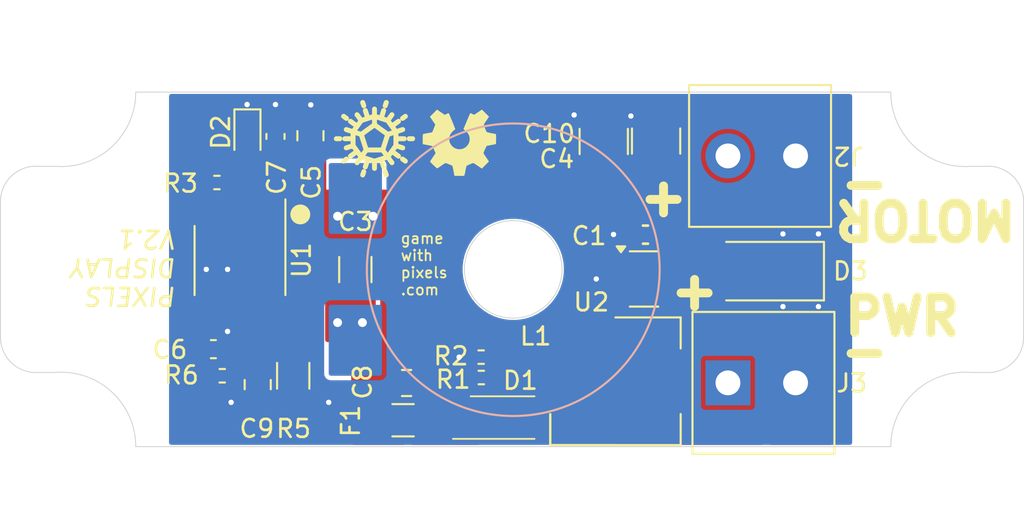
<source format=kicad_pcb>
(kicad_pcb (version 20241229) (generator "pcbnew") (generator_version "9.0")
  (layers (0 "F.Cu" signal) (2 "B.Cu" signal) (13 "F.Paste" user) (15 "B.Paste" user) (5 "F.SilkS" user "F.Silkscreen") (7 "B.SilkS" user "B.Silkscreen") (1 "F.Mask" user) (3 "B.Mask" user) (25 "Edge.Cuts" user))
  (net 0 "")
  (net 1 "GND")
  (net 2 "VBUS")
  (net 3 "VCC")
  (net 4 "Net-(U1-FB)")
  (net 5 "Net-(D2-A)")
  (net 6 "Net-(R3-Pad1)")
  (net 7 "Net-(R3-Pad2)")
  (net 8 "GNDPWR")
  (net 9 "/DRIVE")
  (net 10 "+6V")
  (net 11 "/SW")
  (net 12 "Net-(U2-FB)")
  (footprint "Capacitor_SMD:C_0603_1608Metric" (layer "F.Cu") (at 157.35 99.54 180)
    (property "Reference" "C1" (at 3.18 -0.07 0) (layer "F.SilkS"))
    (property "Value" "0.1uF 16V 10% X7R")
    (pad "1" smd roundrect (at -0.775 -0.000002 180) (size 0.9 0.95) (layers "F.Cu" "F.Mask" "F.Paste") (net 2 "VBUS"))
    (pad "2" smd roundrect (at 0.775 0.000002 180) (size 0.9 0.95) (layers "F.Cu" "F.Mask" "F.Paste") (net 1 "GND"))
  )
  (footprint "Resistor_SMD:R_1206_3216Metric" (layer "F.Cu") (at 137.5 107.5 90)
    (property "Reference" "R5" (at -2.99 0.02 0) (layer "F.SilkS"))
    (property "Value" "1.0R")
    (pad "1" smd roundrect (at -1.4625 0 90) (size 1.125 1.75) (layers "F.Cu" "F.Mask" "F.Paste") (roundrect_rratio 0.2222222222) (net 1 "GND"))
    (pad "2" smd roundrect (at 1.4625 0 90) (size 1.125 1.75) (layers "F.Cu" "F.Mask" "F.Paste") (roundrect_rratio 0.2222222222) (net 8 "GNDPWR"))
  )
  (footprint "Inductor_SMD:L_Wuerth_HCM-7050" (layer "F.Cu") (at 155.66 107.81 180)
    (property "Reference" "L1" (at 4.5 2.54 0) (layer "F.SilkS"))
    (property "Value" "10uH 500mA")
    (pad "1" smd rect (at -2.650002 0.000002 180) (size 2 3.1) (layers "F.Cu" "F.Mask" "F.Paste") (net 2 "VBUS"))
    (pad "2" smd rect (at 2.650002 -0.000002 180) (size 2 3.1) (layers "F.Cu" "F.Mask" "F.Paste") (net 11 "/SW"))
  )
  (footprint "LOGO" (layer "F.Cu") (at 142.08 94.13 180)
    (property "Reference" "G***" (hide yes))
    (property "Value" "LOGO" (hide yes))
  )
  (footprint "Resistor_SMD:R_0402_1005Metric" (layer "F.Cu") (at 148.1 107.6)
    (property "Reference" "R1" (at -1.59 0.11 0) (layer "F.SilkS"))
    (property "Value" "470k")
    (pad "1" smd roundrect (at -0.51 0) (size 0.54 0.64) (layers "F.Cu" "F.Mask" "F.Paste") (net 10 "+6V"))
    (pad "2" smd roundrect (at 0.51 0) (size 0.54 0.64) (layers "F.Cu" "F.Mask" "F.Paste") (net 12 "Net-(U2-FB)"))
  )
  (footprint "Capacitor_SMD:C_1210_3225Metric" (layer "F.Cu") (at 157.95 94.26 90)
    (property "Reference" "C4" (at -1.01 -5.6 180) (layer "F.SilkS"))
    (property "Value" "22uF 25V")
    (pad "1" smd roundrect (at -1.475 0 90) (size 1.15 2.7) (layers "F.Cu" "F.Mask" "F.Paste") (roundrect_rratio 0.217391) (net 2 "VBUS"))
    (pad "2" smd roundrect (at 1.475 0 90) (size 1.15 2.7) (layers "F.Cu" "F.Mask" "F.Paste") (roundrect_rratio 0.217391) (net 1 "GND"))
  )
  (footprint "Pixels-dice:SMAF" (layer "F.Cu") (at 148.8 109.86)
    (property "Reference" "D1" (at 1.5 -2.09 0) (layer "F.SilkS"))
    (property "Value" "D")
    (pad "1" smd roundrect (at -1.85 0) (size 1.5 2) (layers "F.Cu" "F.Mask" "F.Paste") (roundrect_rratio 0.15) (net 10 "+6V"))
    (pad "2" smd roundrect (at 1.85 0) (size 1.5 2) (layers "F.Cu" "F.Mask" "F.Paste") (roundrect_rratio 0.15) (net 11 "/SW"))
  )
  (footprint "Resistor_SMD:R_0402_1005Metric" (layer "F.Cu") (at 133.2 96.6)
    (property "Reference" "R3" (at -2.05 0.05 180) (layer "F.SilkS"))
    (property "Value" "120K 1%")
    (pad "1" smd roundrect (at -0.51 0) (size 0.54 0.64) (layers "F.Cu" "F.Mask" "F.Paste") (net 6 "Net-(R3-Pad1)"))
    (pad "2" smd roundrect (at 0.51 0) (size 0.54 0.64) (layers "F.Cu" "F.Mask" "F.Paste") (net 7 "Net-(R3-Pad2)"))
  )
  (footprint "Diode_SMD:D_SMA" (layer "F.Cu") (at 163.9 101.6 180)
    (property "Reference" "D3" (at -5 0 0) (layer "F.SilkS"))
    (property "Value" "D_TVS")
    (pad "1" smd roundrect (at -2 0 180) (size 2.5 1.8) (layers "F.Cu" "F.Mask" "F.Paste") (roundrect_rratio 0.1388888889) (net 1 "GND"))
    (pad "2" smd roundrect (at 2 0 180) (size 2.5 1.8) (layers "F.Cu" "F.Mask" "F.Paste") (roundrect_rratio 0.1388888889) (net 2 "VBUS"))
  )
  (footprint "Capacitor_SMD:C_1210_3225Metric" (layer "F.Cu") (at 155 94.285 90)
    (property "Reference" "C10" (at 0.435 -3.07 180) (layer "F.SilkS"))
    (property "Value" "22uF 25V")
    (pad "1" smd roundrect (at -1.475 0 90) (size 1.15 2.7) (layers "F.Cu" "F.Mask" "F.Paste") (roundrect_rratio 0.217391) (net 2 "VBUS"))
    (pad "2" smd roundrect (at 1.475 0 90) (size 1.15 2.7) (layers "F.Cu" "F.Mask" "F.Paste") (roundrect_rratio 0.217391) (net 1 "GND"))
  )
  (footprint "Pixels-dice:SOIC-8_3.9x4.9mm_P1.27mm" (layer "F.Cu") (at 134.5 101 180)
    (property "Reference" "U1" (at -3.47 0.02 90) (layer "F.SilkS"))
    (property "Value" "XKT520")
    (pad "1" smd roundrect (at -1.905 2.475 270) (size 1.95 0.6) (layers "F.Cu" "F.Mask" "F.Paste") (net 3 "VCC"))
    (pad "2" smd roundrect (at -0.635 2.475 270) (size 1.95 0.6) (layers "F.Cu" "F.Mask" "F.Paste") (net 5 "Net-(D2-A)"))
    (pad "3" smd roundrect (at 0.635 2.475 270) (size 1.95 0.6) (layers "F.Cu" "F.Mask" "F.Paste") (net 7 "Net-(R3-Pad2)"))
    (pad "4" smd roundrect (at 1.905 2.475 270) (size 1.95 0.6) (layers "F.Cu" "F.Mask" "F.Paste") (net 6 "Net-(R3-Pad1)"))
    (pad "5" smd roundrect (at 1.905 -2.475 270) (size 1.95 0.6) (layers "F.Cu" "F.Mask" "F.Paste") (net 4 "Net-(U1-FB)"))
    (pad "6" smd roundrect (at 0.635 -2.475 270) (size 1.95 0.6) (layers "F.Cu" "F.Mask" "F.Paste") (net 1 "GND"))
    (pad "7" smd roundrect (at -0.635 -2.475 270) (size 1.95 0.6) (layers "F.Cu" "F.Mask" "F.Paste") (net 9 "/DRIVE"))
    (pad "8" smd roundrect (at -1.905 -2.475 270) (size 1.95 0.6) (layers "F.Cu" "F.Mask" "F.Paste") (net 8 "GNDPWR"))
  )
  (footprint "LED_SMD:LED_0603_1608Metric" (layer "F.Cu") (at 134.92 93.96 -90)
    (property "Reference" "D2" (at -0.2 1.5 90) (layer "F.SilkS"))
    (property "Value" "LED")
    (pad "1" smd roundrect (at -0.7875 0 270) (size 0.875 0.95) (layers "F.Cu" "F.Mask" "F.Paste") (net 1 "GND"))
    (pad "2" smd roundrect (at 0.7875 0 270) (size 0.875 0.95) (layers "F.Cu" "F.Mask" "F.Paste") (net 5 "Net-(D2-A)"))
  )
  (footprint "Capacitor_SMD:C_0603_1608Metric" (layer "F.Cu") (at 133 106 180)
    (property "Reference" "C6" (at 2.45 -0.03 0) (layer "F.SilkS"))
    (property "Value" "0.1uF 16V 10% X7R")
    (pad "1" smd roundrect (at -0.775 0 180) (size 0.9 0.95) (layers "F.Cu" "F.Mask" "F.Paste") (net 1 "GND"))
    (pad "2" smd roundrect (at 0.775 0 180) (size 0.9 0.95) (layers "F.Cu" "F.Mask" "F.Paste") (net 4 "Net-(U1-FB)"))
  )
  (footprint "Pixels-dice:DB125-3.81-2P-GN-S" (layer "F.Cu") (at 165.81 95.1 180)
    (property "Reference" "J2" (at -2.99 0 180) (layer "F.SilkS"))
    (property "Value" "Screw_Terminal_01x02")
    (pad "1" thru_hole rect (at 0 0 180) (size 2.54 2.54) (drill 1.4) (layers "*.Cu" "*.Mask") (net 1 "GND"))
    (pad "2" thru_hole circle (at 3.81 0 180) (size 2.54 2.54) (drill 1.4) (layers "*.Cu" "*.Mask") (net 2 "VBUS"))
  )
  (footprint "LOGO" (layer "F.Cu") (at 146.88 94.33 180)
    (property "Reference" "G***" (hide yes))
    (property "Value" "LOGO" (hide yes))
  )
  (footprint "Capacitor_SMD:C_0603_1608Metric" (layer "F.Cu") (at 136.5 94 90)
    (property "Reference" "C7" (at -2.32 0.07 90) (layer "F.SilkS"))
    (property "Value" "0.1uF 16V 10% X7R")
    (pad "1" smd roundrect (at -0.775 0 90) (size 0.9 0.95) (layers "F.Cu" "F.Mask" "F.Paste") (net 3 "VCC"))
    (pad "2" smd roundrect (at 0.775 0 90) (size 0.9 0.95) (layers "F.Cu" "F.Mask" "F.Paste") (net 1 "GND"))
  )
  (footprint "Fuse:Fuse_1206_3216Metric" (layer "F.Cu") (at 143.69 110.01 180)
    (property "Reference" "F1" (at 2.95 -0.04 90) (layer "F.SilkS"))
    (property "Value" "250mA 150mR")
    (pad "1" smd roundrect (at -1.4 0 180) (size 1.25 1.75) (layers "F.Cu" "F.Mask" "F.Paste") (roundrect_rratio 0.2) (net 10 "+6V"))
    (pad "2" smd roundrect (at 1.4 0 180) (size 1.25 1.75) (layers "F.Cu" "F.Mask" "F.Paste") (roundrect_rratio 0.2) (net 3 "VCC"))
  )
  (footprint "Package_TO_SOT_SMD:SOT-23-6" (layer "F.Cu") (at 157.27 102.04)
    (property "Reference" "U2" (at -2.97 1.31 0) (layer "F.SilkS"))
    (property "Value" "MT3608B")
    (pad "1" smd roundrect (at -1.137496 -0.949993) (size 1.325 0.6) (layers "F.Cu" "F.Mask" "F.Paste") (net 11 "/SW"))
    (pad "2" smd roundrect (at -1.1375 0) (size 1.325 0.6) (layers "F.Cu" "F.Mask" "F.Paste") (net 1 "GND"))
    (pad "3" smd roundrect (at -1.137493 0.950005) (size 1.325 0.6) (layers "F.Cu" "F.Mask" "F.Paste") (net 12 "Net-(U2-FB)"))
    (pad "4" smd roundrect (at 1.137496 0.949993) (size 1.325 0.6) (layers "F.Cu" "F.Mask" "F.Paste") (net 2 "VBUS"))
    (pad "5" smd roundrect (at 1.1375 0) (size 1.325 0.6) (layers "F.Cu" "F.Mask" "F.Paste") (net 2 "VBUS"))
    (pad "6" smd roundrect (at 1.137493 -0.950005) (size 1.325 0.6) (layers "F.Cu" "F.Mask" "F.Paste"))
  )
  (footprint "Resistor_SMD:R_0402_1005Metric" (layer "F.Cu") (at 133.5 107.5)
    (property "Reference" "R6" (at -2.3 -0.03 0) (layer "F.SilkS"))
    (property "Value" "1k 1%")
    (pad "1" smd roundrect (at -0.51 0) (size 0.54 0.64) (layers "F.Cu" "F.Mask" "F.Paste") (net 4 "Net-(U1-FB)"))
    (pad "2" smd roundrect (at 0.51 0) (size 0.54 0.64) (layers "F.Cu" "F.Mask" "F.Paste") (net 8 "GNDPWR"))
  )
  (footprint "Capacitor_SMD:C_0805_2012Metric" (layer "F.Cu") (at 143.89 107.91)
    (property "Reference" "C8" (at -2.48 -0.05 90) (layer "F.SilkS"))
    (property "Value" "10uF 50V 10% X5R")
    (pad "1" smd roundrect (at -0.95 0) (size 1 1.45) (layers "F.Cu" "F.Mask" "F.Paste") (net 3 "VCC"))
    (pad "2" smd roundrect (at 0.95 0) (size 1 1.45) (layers "F.Cu" "F.Mask" "F.Paste") (net 10 "+6V"))
  )
  (footprint "Capacitor_SMD:C_0805_2012Metric" (layer "F.Cu") (at 138.47 93.96 90)
    (property "Reference" "C5" (at -2.63 0.05 270) (layer "F.SilkS"))
    (property "Value" "22uF 25V 20% X5R")
    (pad "1" smd roundrect (at -0.949997 0.000001 90) (size 1 1.45) (layers "F.Cu" "F.Mask" "F.Paste") (net 3 "VCC"))
    (pad "2" smd roundrect (at 0.949997 -0.000001 90) (size 1 1.45) (layers "F.Cu" "F.Mask" "F.Paste") (net 1 "GND"))
  )
  (footprint "Capacitor_SMD:C_0805_2012Metric" (layer "F.Cu") (at 135.5 108 -90)
    (property "Reference" "C9" (at 2.48 0.05 0) (layer "F.SilkS"))
    (property "Value" "10uF 50V 10% X5R")
    (pad "1" smd roundrect (at -0.95 0 270) (size 1 1.45) (layers "F.Cu" "F.Mask" "F.Paste") (net 8 "GNDPWR"))
    (pad "2" smd roundrect (at 0.95 0 270) (size 1 1.45) (layers "F.Cu" "F.Mask" "F.Paste") (net 1 "GND"))
  )
  (footprint "Capacitor_SMD:C_1206_3216Metric" (layer "F.Cu") (at 141 101.51 90)
    (property "Reference" "C3" (at 2.7 0 0) (layer "F.SilkS"))
    (property "Value" "33nF 50V COG")
    (pad "1" smd roundrect (at -1.475 0 90) (size 1.15 1.8) (layers "F.Cu" "F.Mask" "F.Paste") (roundrect_rratio 0.2173913043) (net 9 "/DRIVE"))
    (pad "2" smd roundrect (at 1.475 0 90) (size 1.15 1.8) (layers "F.Cu" "F.Mask" "F.Paste") (roundrect_rratio 0.2173913043) (net 3 "VCC"))
  )
  (footprint "Pixels-dice:DB125-3.81-2P-GN-S" (layer "F.Cu") (at 162 107.9)
    (property "Reference" "J3" (at 6.98 0.02 0) (layer "F.SilkS"))
    (property "Value" "Screw_Terminal_01x02")
    (pad "1" thru_hole rect (at 0 0) (size 2.54 2.54) (drill 1.4) (layers "*.Cu" "*.Mask") (net 2 "VBUS"))
    (pad "2" thru_hole circle (at 3.81 0) (size 2.54 2.54) (drill 1.4) (layers "*.Cu" "*.Mask") (net 1 "GND"))
  )
  (footprint "Resistor_SMD:R_0402_1005Metric" (layer "F.Cu") (at 148.09 106.45 180)
    (property "Reference" "R2" (at 1.7 0.06 0) (layer "F.SilkS"))
    (property "Value" "52.3k")
    (pad "1" smd roundrect (at -0.51 0 180) (size 0.54 0.64) (layers "F.Cu" "F.Mask" "F.Paste") (net 12 "Net-(U2-FB)"))
    (pad "2" smd roundrect (at 0.51 0 180) (size 0.54 0.64) (layers "F.Cu" "F.Mask" "F.Paste") (net 1 "GND"))
  )
  (footprint "Pixels-dice:TestPoint_Pad_D2.0mm_V1.1" (layer "B.Cu") (at 141 96.78)
    (property "Reference" "J6" (hide yes))
    (property "Value" "Coil B")
    (pad "1" smd circle (at 0 0) (size 2.5 2.5) (layers "B.Cu" "B.Mask") (net 3 "VCC"))
  )
  (footprint "Pixels-dice:TestPoint_Pad_D2.0mm_V1.1" (layer "B.Cu") (at 141 106.19)
    (property "Reference" "J9" (hide yes))
    (property "Value" "Coil A")
    (pad "1" smd circle (at 0 0) (size 2.5 2.5) (layers "B.Cu" "B.Mask") (net 9 "/DRIVE"))
  )
  (footprint "Pixels-dice:TX Coil" (layer "B.Cu") (at 149.9 101.52 -90)
    (property "Reference" "J1" (hide yes))
    (property "Value" "TX_Coil")
  )
  (gr_circle (center 137.9 98.4) (end 138.4 98.4) (stroke (width 0.12)) (fill yes) (layer "F.SilkS"))
  (gr_circle (center 149.9 101.52) (end 158.15 101.52) (stroke (width 0.12)) (fill no) (layer "B.SilkS"))
  (gr_line (start 128.625 111.5) (end 171.175 111.5) (stroke (width 0.05)) (layer "Edge.Cuts"))
  (gr_arc (start 124.08629 107.313957) (mid 127.272478 108.412904) (end 128.625 111.5) (stroke (width 0.05)) (layer "Edge.Cuts"))
  (gr_line (start 175.71371 95.68632) (end 176.5 95.68632) (stroke (width 0.05)) (layer "Edge.Cuts"))
  (gr_line (start 178.66129 105.320194) (end 178.66129 97.679806) (stroke (width 0.05)) (layer "Edge.Cuts"))
  (gr_arc (start 128.625 91.5) (mid 127.272579 94.587279) (end 124.08629 95.68632) (stroke (width 0.05)) (layer "Edge.Cuts"))
  (gr_arc (start 121 97.679806) (mid 121.644008 96.209669) (end 123.16129 95.68632) (stroke (width 0.05)) (layer "Edge.Cuts"))
  (gr_line (start 124.08629 95.68632) (end 123.16129 95.68632) (stroke (width 0.05)) (layer "Edge.Cuts"))
  (gr_line (start 175.71371 107.31368) (end 176.5 107.31368) (stroke (width 0.05)) (layer "Edge.Cuts"))
  (gr_line (start 171.175 91.5) (end 128.625 91.5) (stroke (width 0.05)) (layer "Edge.Cuts"))
  (gr_arc (start 171.175 111.5) (mid 172.52742 108.412721) (end 175.71371 107.31368) (stroke (width 0.05)) (layer "Edge.Cuts"))
  (gr_arc (start 175.71371 95.68632) (mid 172.527421 94.587279) (end 171.175 91.5) (stroke (width 0.05)) (layer "Edge.Cuts"))
  (gr_line (start 121 97.679806) (end 121 105.320471) (stroke (width 0.05)) (layer "Edge.Cuts"))
  (gr_circle (center 149.9 101.5) (end 149.9 98.75) (stroke (width 0.05)) (fill no) (layer "Edge.Cuts"))
  (gr_line (start 123.16129 107.313957) (end 124.08629 107.313957) (stroke (width 0.05)) (layer "Edge.Cuts"))
  (gr_arc (start 123.16129 107.313957) (mid 121.644009 106.790604) (end 121 105.320471) (stroke (width 0.05)) (layer "Edge.Cuts"))
  (gr_arc (start 176.5 95.68632) (mid 178.017279 96.209673) (end 178.66129 97.679806) (stroke (width 0.05)) (layer "Edge.Cuts"))
  (gr_arc (start 178.66129 105.320194) (mid 178.01728 106.790327) (end 176.5 107.31368) (stroke (width 0.05)) (layer "Edge.Cuts"))
  (gr_text "PIXELS\nDISPLAY\nV2.1" (at 131 99.2 180) (layer "F.SilkS") (effects (font (size 1 1) (thickness 0.15) (italic yes)) (justify left bottom)))
  (gr_text "-" (at 169.7 96.9 180) (layer "F.SilkS") (effects (font (size 2 2) (thickness 0.5) (bold yes))))
  (gr_text "PWR" (at 168.34 105.33 0) (layer "F.SilkS") (effects (font (size 2 2) (thickness 0.5) (bold yes)) (justify left bottom)))
  (gr_text "game\nwith\npixels\n.com" (at 143.5 101.2 0) (layer "F.SilkS") (effects (font (size 0.6 0.6) (thickness 0.1)) (justify left)))
  (gr_text "+" (at 160.12 102.69 0) (layer "F.SilkS") (effects (font (size 2 2) (thickness 0.5) (bold yes))))
  (gr_text "-" (at 169.7 106.1 0) (layer "F.SilkS") (effects (font (size 2 2) (thickness 0.5) (bold yes))))
  (gr_text "+" (at 158.37 97.69 180) (layer "F.SilkS") (effects (font (size 2 2) (thickness 0.5) (bold yes))))
  (gr_text "MOTOR" (at 178.47 97.5 180) (layer "F.SilkS") (effects (font (size 2 2) (thickness 0.5) (bold yes)) (justify left bottom)))
  (segment (start 155.649998 99.539998) (end 155.63 99.52) (width 0.5) (layer "F.Cu") (net 1))
  (segment (start 133.865 105.91) (end 133.775 106) (width 0.5) (layer "F.Cu") (net 1))
  (segment (start 156.1325 102.04) (end 154.6 102.04) (width 0.5) (layer "F.Cu") (net 1))
  (segment (start 147.58 106.45) (end 146.85 106.45) (width 0.5) (layer "F.Cu") (net 1))
  (segment (start 156.575 99.539998) (end 155.649998 99.539998) (width 0.5) (layer "F.Cu") (net 1))
  (segment (start 155 92.81) (end 153.33 92.81) (width 0.5) (layer "F.Cu") (net 1))
  (segment (start 154.6 102.04) (end 154.59 102.05) (width 0.5) (layer "F.Cu") (net 1))
  (segment (start 155 92.81) (end 156.47 92.81) (width 0.5) (layer "F.Cu") (net 1))
  (segment (start 138.469999 93.010003) (end 138.469999 92.360001) (width 0.5) (layer "F.Cu") (net 1))
  (segment (start 133.865 103.475) (end 133.865 105.91) (width 0.5) (layer "F.Cu") (net 1))
  (segment (start 138.469999 92.360001) (end 138.51 92.32) (width 0.5) (layer "F.Cu") (net 1))
  (via (at 136.5 92.2) (size 0.8) (drill 0.3) (layers "F.Cu" "B.Cu") (net 1))
  (via (at 138.49 92.22) (size 0.8) (drill 0.3) (layers "F.Cu" "B.Cu") (net 1))
  (via (at 165.1 99.5) (size 0.8) (drill 0.3) (layers "F.Cu" "B.Cu") (net 1))
  (via (at 167.1 99.5) (size 0.8) (drill 0.3) (layers "F.Cu" "B.Cu") (net 1))
  (via (at 139.5 109) (size 0.8) (drill 0.3) (layers "F.Cu" "B.Cu") (net 1))
  (via (at 156.53 92.85) (size 0.8) (drill 0.3) (layers "F.Cu" "B.Cu") (net 1))
  (via (at 154.58 102.04) (size 0.8) (drill 0.3) (layers "F.Cu" "B.Cu") (net 1))
  (via (at 167.1 103.6) (size 0.8) (drill 0.3) (layers "F.Cu" "B.Cu") (net 1))
  (via (at 146.85 106.45) (size 0.8) (drill 0.3) (layers "F.Cu" "B.Cu") (net 1))
  (via (at 133.8 105) (size 0.8) (drill 0.3) (layers "F.Cu" "B.Cu") (net 1))
  (via (at 134 109) (size 0.8) (drill 0.3) (layers "F.Cu" "B.Cu") (net 1))
  (via (at 155.55 99.53) (size 0.8) (drill 0.3) (layers "F.Cu" "B.Cu") (net 1))
  (via (at 132.6 101.5) (size 0.8) (drill 0.3) (layers "F.Cu" "B.Cu") (net 1))
  (via (at 133.8 101.5) (size 0.8) (drill 0.3) (layers "F.Cu" "B.Cu") (net 1))
  (via (at 153.33 92.79) (size 0.8) (drill 0.3) (layers "F.Cu" "B.Cu") (net 1))
  (via (at 134.9 92.2) (size 0.8) (drill 0.3) (layers "F.Cu" "B.Cu") (net 1))
  (via (at 165.1 103.6) (size 0.8) (drill 0.3) (layers "F.Cu" "B.Cu") (net 1))
  (segment (start 141 100.035) (end 141 99.5) (width 0.5) (layer "F.Cu") (net 3))
  (segment (start 141 99.5) (end 140 98.5) (width 0.5) (layer "F.Cu") (net 3))
  (via (at 142 98.5) (size 1) (drill 0.5) (layers "F.Cu" "B.Cu") (net 3))
  (via (at 140 98.5) (size 1) (drill 0.5) (layers "F.Cu" "B.Cu") (net 3))
  (segment (start 141 97.5) (end 142 98.5) (width 0.5) (layer "B.Cu") (net 3))
  (segment (start 141 97) (end 141 97.5) (width 0.5) (layer "B.Cu") (net 3))
  (segment (start 140 98.5) (end 142 98.5) (width 0.5) (layer "B.Cu") (net 3))
  (segment (start 132.595 103.475) (end 132.595 104.9) (width 0.25) (layer "F.Cu") (net 4))
  (segment (start 132.225 106) (end 132.225 106.735) (width 0.25) (layer "F.Cu") (net 4))
  (segment (start 132.225 105.27) (end 132.595 104.9) (width 0.25) (layer "F.Cu") (net 4))
  (segment (start 132.225 106) (end 132.225 105.27) (width 0.25) (layer "F.Cu") (net 4))
  (segment (start 132.225 106.735) (end 132.99 107.5) (width 0.25) (layer "F.Cu") (net 4))
  (segment (start 135.135 98.525) (end 135.135 94.9625) (width 0.25) (layer "F.Cu") (net 5))
  (segment (start 135.135 94.9625) (end 134.92 94.7475) (width 0.25) (layer "F.Cu") (net 5))
  (segment (start 132.595 98.525) (end 132.595 96.6575) (width 0.25) (layer "F.Cu") (net 6))
  (segment (start 132.595 96.6575) (end 132.56 96.6225) (width 0.25) (layer "F.Cu") (net 6))
  (segment (start 133.865 98.525) (end 133.865 96.9075) (width 0.25) (layer "F.Cu") (net 7))
  (segment (start 133.865 96.9075) (end 133.58 96.6225) (width 0.25) (layer "F.Cu") (net 7))
  (via (at 140 104.5) (size 1) (drill 0.5) (layers "F.Cu" "B.Cu") (net 9))
  (via (at 141.4 104.5) (size 1) (drill 0.5) (layers "F.Cu" "B.Cu") (net 9))
  (segment (start 141 105.5) (end 140 104.5) (width 0.5) (layer "B.Cu") (net 9))
  (segment (start 141 106) (end 141 105.5) (width 0.5) (layer "B.Cu") (net 9))
  (segment (start 156.132504 101.090007) (end 156.980007 101.090007) (width 0.25) (layer "F.Cu") (net 11))
  (segment (start 156.980007 101.090007) (end 157.26 101.37) (width 0.25) (layer "F.Cu") (net 11))
  (segment (start 153.009998 109.270002) (end 153.009998 107.810002) (width 0.25) (layer "F.Cu") (net 11))
  (segment (start 150.65 109.86) (end 152.42 109.86) (width 0.25) (layer "F.Cu") (net 11))
  (segment (start 157.26 101.37) (end 157.26 103.41) (width 0.25) (layer "F.Cu") (net 11))
  (segment (start 153.009998 107.660002) (end 153.009998 107.810002) (width 0.25) (layer "F.Cu") (net 11))
  (segment (start 152.42 109.86) (end 153.009998 109.270002) (width 0.25) (layer "F.Cu") (net 11))
  (segment (start 157.26 103.41) (end 153.009998 107.660002) (width 0.25) (layer "F.Cu") (net 11))
  (segment (start 148.61 107.6) (end 148.61 106.46) (width 0.25) (layer "F.Cu") (net 12))
  (segment (start 154.209995 102.990005) (end 156.132507 102.990005) (width 0.25) (layer "F.Cu") (net 12))
  (segment (start 148.6 106.45) (end 150.75 106.45) (width 0.25) (layer "F.Cu") (net 12))
  (segment (start 150.75 106.45) (end 154.209995 102.990005) (width 0.25) (layer "F.Cu") (net 12))
  (segment (start 148.61 106.46) (end 148.6 106.45) (width 0.25) (layer "F.Cu") (net 12))
  (zone (net 1) (net_name "GND") (layer "F.Cu") (priority 9) (connect_pads yes (clearance 0.25)) (min_thickness 0.25) (fill yes (thermal_gap 0.5) (thermal_bridge_width 0.5))
    (polygon (pts (xy 134.3 106.5) (xy 134.3 101) (xy 132 101) (xy 132 102) (xy 133.3 102) (xy 133.3 106.5)))
  )
  (zone (net 10) (net_name "+6V") (layer "F.Cu") (priority 7) (connect_pads yes (clearance 0.25)) (min_thickness 0.25) (fill yes (thermal_gap 0.5) (thermal_bridge_width 0.5))
    (polygon (pts (xy 144.088949 106.99) (xy 148.09 106.99) (xy 148.07 111.85) (xy 144.098949 111.85)))
  )
  (zone (net 8) (net_name "GNDPWR") (layer "F.Cu") (priority 3) (connect_pads yes (clearance 0.25)) (min_thickness 0.25) (fill yes (thermal_gap 0.5) (thermal_bridge_width 0.5))
    (polygon (pts (xy 136 102.5) (xy 139 102.5) (xy 139 107.9) (xy 133.5 107.9) (xy 133.5 106.5) (xy 136 106.5)))
  )
  (zone (net 9) (net_name "/DRIVE") (layer "F.Cu") (priority 2) (connect_pads yes (clearance 0.25)) (min_thickness 0.25) (fill yes (thermal_gap 0.5) (thermal_bridge_width 0.5))
    (polygon (pts (xy 134.8 104.5) (xy 134.8 101.2) (xy 142.15 101.2) (xy 142.15 105.6) (xy 139.3 105.6) (xy 139.3 102.2) (xy 136 102.2) (xy 136 104.5)))
  )
  (zone (net 1) (net_name "GND") (layer "F.Cu") (priority 8) (connect_pads yes (clearance 0.25)) (min_thickness 0.25) (fill yes (thermal_gap 0.5) (thermal_bridge_width 0.5))
    (polygon (pts (xy 140.1 108.2) (xy 133.5 108.2) (xy 133.5 110) (xy 140.1 110)))
  )
  (zone (net 1) (net_name "GND") (layer "F.Cu") (priority 11) (connect_pads yes (clearance 0.25)) (min_thickness 0.25) (fill yes (thermal_gap 0.5) (thermal_bridge_width 0.5))
    (polygon (pts (xy 164.3 91.1) (xy 164.3 112) (xy 167.9 112) (xy 167.9 91.1)))
  )
  (zone (net 3) (net_name "VCC") (layer "F.Cu") (priority 1) (connect_pads yes (clearance 0.25)) (min_thickness 0.25) (fill yes (thermal_gap 0.5) (thermal_bridge_width 0.5))
    (polygon (pts (xy 142.38 100.9) (xy 136 100.9) (xy 136 94.2) (xy 139.36 94.2) (xy 139.36 97) (xy 143.88 97) (xy 143.88 112) (xy 140.77 112) (xy 140.77 106.38) (xy 142.38 106.38)))
  )
  (zone (net 2) (net_name "VBUS") (layer "F.Cu") (connect_pads yes (clearance 0.25)) (min_thickness 0.25) (fill yes (thermal_gap 0.5) (thermal_bridge_width 0.5))
    (polygon (pts (xy 164 91.1) (xy 159.8 91.1) (xy 159.8 94.52) (xy 153.5 94.52) (xy 153.5 98.2) (xy 157.411278 98.2) (xy 157.401278 104.52) (xy 156.55 104.52) (xy 156.55 112) (xy 164 112)))
  )
  (zone (net 1) (net_name "GND") (layer "F.Cu") (priority 10) (connect_pads yes (clearance 0.25)) (min_thickness 0.25) (fill yes (thermal_gap 0.5) (thermal_bridge_width 0.5))
    (polygon (pts (xy 133.7 91.1) (xy 137.5 91.1) (xy 137.5 93.8) (xy 133.7 93.8)))
  )
  (zone (net 1) (net_name "GND") (layer "B.Cu") (priority 4) (connect_pads yes (clearance 0.25)) (min_thickness 0.25) (fill yes (thermal_gap 0.5) (thermal_bridge_width 0.5))
    (polygon (pts (xy 169 91.5) (xy 169 111.5) (xy 130.5 111.5) (xy 130.5 91.5)))
  )
  (zone (net 9) (net_name "/DRIVE") (layer "B.Cu") (priority 6) (connect_pads yes (clearance 0.25)) (min_thickness 0.25) (fill yes (thermal_gap 0.5) (thermal_bridge_width 0.5))
    (polygon (pts (xy 139.5 103.5) (xy 142.5 103.5) (xy 142.5 107.5) (xy 139.5 107.5)))
  )
  (zone (net 3) (net_name "VCC") (layer "B.Cu") (priority 5) (connect_pads yes (clearance 0.25)) (min_thickness 0.25) (fill yes (thermal_gap 0.5) (thermal_bridge_width 0.5))
    (polygon (pts (xy 139.5 95.5) (xy 142.5 95.5) (xy 142.5 99.5) (xy 139.5 99.5)))
  )
)
</source>
